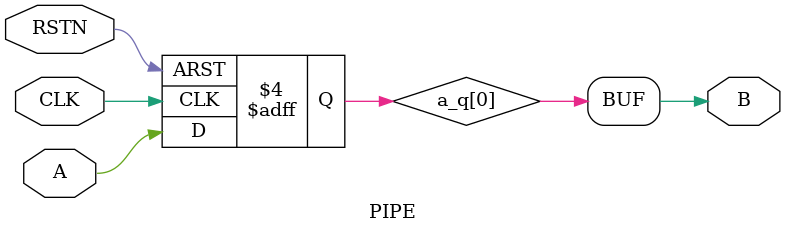
<source format=sv>

module PIPE #(
    parameter W = 1, // width 
    parameter L = 1 // latency
    )(
    input wire CLK,
    input wire RSTN,

    input  wire [W-1:0] A,
    output wire [W-1:0] B
    );

reg [W-1:0] a_q [L];

always @(posedge CLK, negedge RSTN) begin
    if(!RSTN) begin
        a_q[0] <= '0;
    end else begin
        a_q[0] <= A;
    end
end


generate
    for(genvar L_I = 1; L_I < L; L_I++) begin
        always @(posedge CLK, negedge RSTN) begin
            if(!RSTN) begin
                a_q[L_I] <= '0;
            end else begin
                a_q[L_I] <= a_q[L_I-1];
            end
        end
    end
endgenerate

assign B = a_q[L-1];
endmodule
</source>
